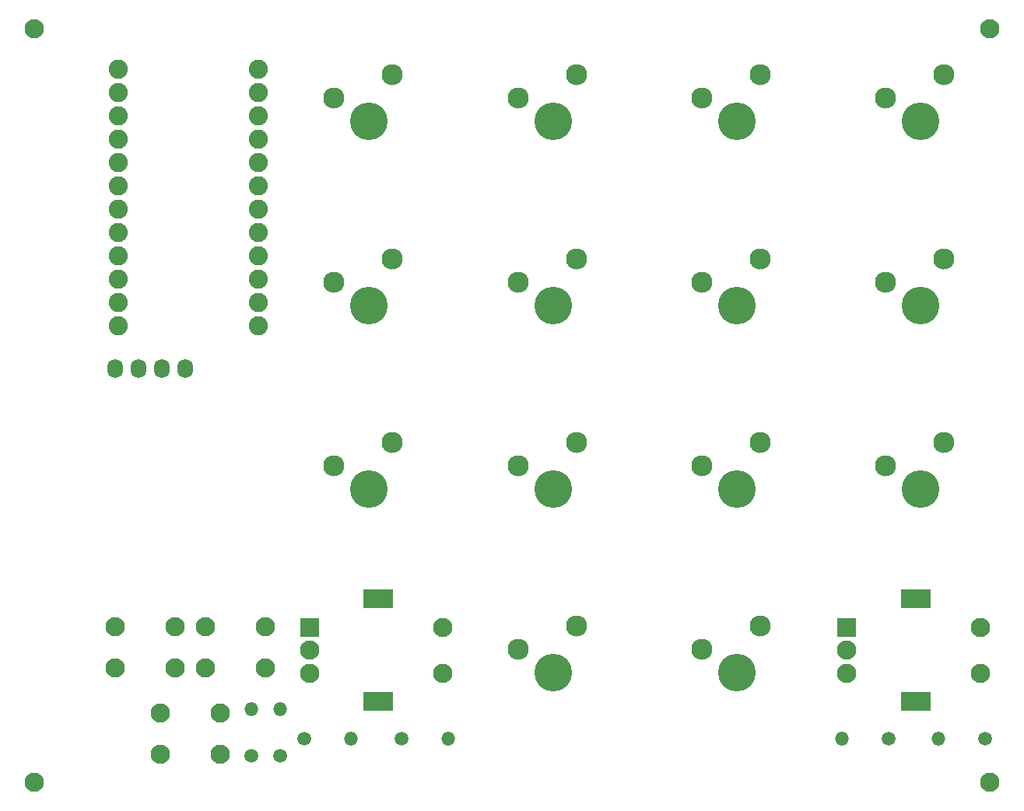
<source format=gbr>
%TF.GenerationSoftware,KiCad,Pcbnew,(5.1.6)-1*%
%TF.CreationDate,2021-03-20T19:18:11-04:00*%
%TF.ProjectId,MacroKeyboard2RotaryEncoders_Mech_with_profiles,4d616372-6f4b-4657-9962-6f6172643252,rev?*%
%TF.SameCoordinates,Original*%
%TF.FileFunction,Soldermask,Bot*%
%TF.FilePolarity,Negative*%
%FSLAX46Y46*%
G04 Gerber Fmt 4.6, Leading zero omitted, Abs format (unit mm)*
G04 Created by KiCad (PCBNEW (5.1.6)-1) date 2021-03-20 19:18:11*
%MOMM*%
%LPD*%
G01*
G04 APERTURE LIST*
%ADD10C,2.100000*%
%ADD11C,2.082800*%
%ADD12O,1.700000X2.100000*%
%ADD13O,1.500000X1.500000*%
%ADD14C,1.500000*%
%ADD15C,4.100000*%
%ADD16C,2.300000*%
%ADD17R,3.300000X2.100000*%
%ADD18R,2.100000X2.100000*%
G04 APERTURE END LIST*
D10*
%TO.C,REF\u002A\u002A*%
X153003200Y-43001600D03*
%TD*%
%TO.C,REF\u002A\u002A*%
X49001600Y-42997200D03*
%TD*%
%TO.C,REF\u002A\u002A*%
X48998800Y-124998800D03*
%TD*%
%TO.C,REF\u002A\u002A*%
X153002400Y-124996400D03*
%TD*%
D11*
%TO.C,B1*%
X58170000Y-47366400D03*
X58170000Y-49906400D03*
X58170000Y-52446400D03*
X58170000Y-54986400D03*
X58170000Y-57526400D03*
X58170000Y-60066400D03*
X58170000Y-62606400D03*
X58170000Y-65146400D03*
X58170000Y-67686400D03*
X58170000Y-70226400D03*
X58170000Y-72766400D03*
X58170000Y-75306400D03*
X73410000Y-75306400D03*
X73410000Y-72766400D03*
X73410000Y-70226400D03*
X73410000Y-67686400D03*
X73410000Y-65146400D03*
X73410000Y-62606400D03*
X73410000Y-60066400D03*
X73410000Y-57526400D03*
X73410000Y-54986400D03*
X73410000Y-52446400D03*
X73410000Y-49906400D03*
X73410000Y-47366400D03*
%TD*%
D12*
%TO.C,Brd1*%
X65417200Y-79976400D03*
X62877200Y-79976400D03*
X57797200Y-79976400D03*
X60337200Y-79976400D03*
%TD*%
D13*
%TO.C,R1*%
X83518400Y-120304800D03*
D14*
X78438400Y-120304800D03*
%TD*%
%TO.C,R2*%
X88959600Y-120306400D03*
D13*
X94039600Y-120306400D03*
%TD*%
%TO.C,R3*%
X136892999Y-120298599D03*
D14*
X141972999Y-120298599D03*
%TD*%
%TO.C,R4*%
X152491600Y-120301200D03*
D13*
X147411600Y-120301200D03*
%TD*%
%TO.C,R5*%
X75783801Y-117030999D03*
D14*
X75783801Y-122110999D03*
%TD*%
%TO.C,R6*%
X72633801Y-122110999D03*
D13*
X72633801Y-117030999D03*
%TD*%
D15*
%TO.C,SW1*%
X85460000Y-53080000D03*
D16*
X81650000Y-50540000D03*
X88000000Y-48000000D03*
%TD*%
%TO.C,SW2*%
X108000000Y-48000000D03*
X101650000Y-50540000D03*
D15*
X105460000Y-53080000D03*
%TD*%
%TO.C,SW3*%
X125460000Y-53080000D03*
D16*
X121650000Y-50540000D03*
X128000000Y-48000000D03*
%TD*%
D15*
%TO.C,SW4*%
X145460000Y-53080000D03*
D16*
X141650000Y-50540000D03*
X148000000Y-48000000D03*
%TD*%
D15*
%TO.C,SW5*%
X85460000Y-73080000D03*
D16*
X81650000Y-70540000D03*
X88000000Y-68000000D03*
%TD*%
%TO.C,SW6*%
X108000000Y-68000000D03*
X101650000Y-70540000D03*
D15*
X105460000Y-73080000D03*
%TD*%
D16*
%TO.C,SW7*%
X128000000Y-68000000D03*
X121650000Y-70540000D03*
D15*
X125460000Y-73080000D03*
%TD*%
D16*
%TO.C,SW8*%
X148000000Y-68000000D03*
X141650000Y-70540000D03*
D15*
X145460000Y-73080000D03*
%TD*%
D16*
%TO.C,SW9*%
X88000000Y-88000000D03*
X81650000Y-90540000D03*
D15*
X85460000Y-93080000D03*
%TD*%
%TO.C,SW10*%
X105460000Y-93080000D03*
D16*
X101650000Y-90540000D03*
X108000000Y-88000000D03*
%TD*%
%TO.C,SW11*%
X128000000Y-88000000D03*
X121650000Y-90540000D03*
D15*
X125460000Y-93080000D03*
%TD*%
%TO.C,SW12*%
X145460000Y-93080000D03*
D16*
X141650000Y-90540000D03*
X148000000Y-88000000D03*
%TD*%
D10*
%TO.C,SW13*%
X93484800Y-113151600D03*
X93484800Y-108151600D03*
D17*
X86484800Y-116251600D03*
X86484800Y-105051600D03*
D10*
X78984800Y-113151600D03*
X78984800Y-110651600D03*
D18*
X78984800Y-108151600D03*
%TD*%
D15*
%TO.C,SW14*%
X105460000Y-113080000D03*
D16*
X101650000Y-110540000D03*
X108000000Y-108000000D03*
%TD*%
%TO.C,SW15*%
X128000000Y-108000000D03*
X121650000Y-110540000D03*
D15*
X125460000Y-113080000D03*
%TD*%
D18*
%TO.C,SW16*%
X137438800Y-108151600D03*
D10*
X137438800Y-110651600D03*
X137438800Y-113151600D03*
D17*
X144938800Y-105051600D03*
X144938800Y-116251600D03*
D10*
X151938800Y-108151600D03*
X151938800Y-113151600D03*
%TD*%
%TO.C,SW17*%
X62750600Y-122000400D03*
X62750600Y-117500400D03*
X69250600Y-122000400D03*
X69250600Y-117500400D03*
%TD*%
%TO.C,SW18*%
X64330400Y-108051600D03*
X64330400Y-112551600D03*
X57830400Y-108051600D03*
X57830400Y-112551600D03*
%TD*%
%TO.C,SW19*%
X67680000Y-112552400D03*
X67680000Y-108052400D03*
X74180000Y-112552400D03*
X74180000Y-108052400D03*
%TD*%
M02*

</source>
